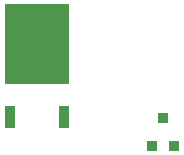
<source format=gtp>
%FSLAX44Y44*%
%MOMM*%
G71*
G01*
G75*
G04 Layer_Color=8421504*
%ADD10R,0.9500X1.9000*%
%ADD11R,5.5000X6.9000*%
%ADD12R,0.9000X0.9500*%
%ADD13R,0.9000X0.9500*%
%ADD14C,0.3000*%
%ADD15C,1.6000*%
%ADD16R,1.3000X1.3000*%
%ADD17C,1.3000*%
%ADD18C,1.6500*%
%ADD19R,1.6500X1.6500*%
%ADD20C,1.2000*%
%ADD21R,1.2000X1.2000*%
%ADD22C,1.5000*%
%ADD23R,1.5000X1.5000*%
%ADD24R,1.5240X1.5240*%
%ADD25C,1.5240*%
%ADD26C,2.0000*%
%ADD27R,2.0000X2.0000*%
%ADD28R,1.2000X1.2000*%
%ADD29R,1.7500X1.7500*%
%ADD30C,1.7500*%
%ADD31C,1.2700*%
%ADD32C,0.2000*%
%ADD33C,0.2500*%
%ADD34C,0.2540*%
%ADD35R,19.0754X0.3302*%
%ADD36R,18.9738X0.0254*%
%ADD37R,3.0988X0.0254*%
%ADD38R,3.7338X0.0254*%
%ADD39R,1.8034X0.0254*%
%ADD40R,0.9398X0.0254*%
%ADD41R,3.4036X0.0254*%
%ADD42R,3.3782X0.0254*%
%ADD43R,5.9182X0.0254*%
%ADD44R,1.1684X0.0254*%
%ADD45R,3.4544X0.0254*%
%ADD46R,5.9944X0.0254*%
%ADD47R,1.2192X0.0254*%
%ADD48R,3.4544X0.0508*%
%ADD49R,3.4798X0.0254*%
%ADD50R,6.0198X0.0254*%
%ADD51R,3.5814X0.0254*%
%ADD52R,6.1468X0.0254*%
%ADD53R,3.6068X0.0508*%
%ADD54R,3.6068X0.0254*%
%ADD55R,6.1722X0.0254*%
%ADD56R,3.6830X0.0254*%
%ADD57R,3.6322X0.0254*%
%ADD58R,6.1976X0.0254*%
%ADD59R,1.2446X0.1016*%
%ADD60R,3.7084X0.0254*%
%ADD61R,6.2484X0.0254*%
%ADD62R,3.7592X0.0254*%
%ADD63R,6.2738X0.0254*%
%ADD64R,1.2446X0.0508*%
%ADD65R,0.2286X0.0254*%
%ADD66R,0.3556X0.0254*%
%ADD67R,0.2794X0.0254*%
%ADD68R,0.4318X0.0254*%
%ADD69R,0.2540X0.0254*%
%ADD70R,0.3302X0.0254*%
%ADD71R,0.4572X0.0254*%
%ADD72R,0.2032X0.0254*%
%ADD73R,0.2032X0.0508*%
%ADD74R,0.3302X0.0508*%
%ADD75R,0.2286X0.0508*%
%ADD76R,0.2540X0.0508*%
%ADD77R,0.3810X0.0254*%
%ADD78R,0.2794X0.0508*%
%ADD79R,0.2032X0.0762*%
%ADD80R,0.3810X0.0508*%
%ADD81R,0.3048X0.0254*%
%ADD82R,0.2540X0.0762*%
%ADD83R,0.2794X0.0762*%
%ADD84R,0.2032X0.1270*%
%ADD85R,0.3048X0.0508*%
%ADD86R,2.6416X0.0254*%
%ADD87R,2.3876X0.0254*%
%ADD88R,0.2032X0.3302*%
%ADD89R,2.6670X0.0254*%
%ADD90R,2.4384X0.0254*%
%ADD91R,2.7432X0.0254*%
%ADD92R,1.6510X0.0254*%
%ADD93R,2.7686X0.0254*%
%ADD94R,1.7780X0.0254*%
%ADD95R,2.7940X0.0254*%
%ADD96R,2.8448X0.0254*%
%ADD97R,1.8796X0.0254*%
%ADD98R,2.8194X0.0508*%
%ADD99R,1.9050X0.0508*%
%ADD100R,1.9558X0.0508*%
%ADD101R,0.2286X0.0762*%
%ADD102R,0.2286X0.1270*%
%ADD103R,0.2032X0.4318*%
%ADD104R,0.2032X0.1016*%
%ADD105R,0.2286X0.5842*%
%ADD106R,2.8448X0.0508*%
%ADD107R,2.9210X0.0254*%
%ADD108R,2.8702X0.0254*%
%ADD109R,2.8956X0.0508*%
%ADD110R,0.2032X0.1524*%
%ADD111R,2.9210X0.1016*%
%ADD112R,2.8956X0.0254*%
%ADD113R,0.5334X0.0508*%
%ADD114R,2.5146X0.0254*%
%ADD115R,0.2286X0.1016*%
%ADD116R,0.4064X0.0254*%
%ADD117R,0.3556X0.0508*%
%ADD118R,0.1524X0.0254*%
%ADD119R,0.1270X0.0254*%
%ADD120R,0.0508X0.0254*%
%ADD121R,0.0254X0.0254*%
%ADD122R,1.5748X0.0254*%
%ADD123R,1.5494X0.0254*%
%ADD124R,1.6256X0.0254*%
%ADD125R,1.6510X0.0762*%
%ADD126R,1.6764X0.0254*%
%ADD127R,1.6256X0.0508*%
%ADD128R,1.6764X0.1778*%
%ADD129R,1.4478X0.0254*%
%ADD130R,0.2286X0.3810*%
%ADD131R,1.8796X0.0762*%
%ADD132R,1.8288X0.0508*%
%ADD133R,1.7018X0.0254*%
%ADD134R,0.4318X0.0508*%
%ADD135R,0.8890X0.0254*%
%ADD136R,0.2540X0.1016*%
%ADD137R,0.9144X0.0254*%
%ADD138R,0.8128X0.0254*%
%ADD139R,0.8382X0.0254*%
%ADD140R,0.8636X0.0254*%
%ADD141R,0.9652X0.0254*%
%ADD142R,0.2032X0.1778*%
%ADD143R,0.2032X0.2032*%
%ADD144R,1.5240X0.0254*%
%ADD145R,1.7526X0.0254*%
%ADD146R,1.9050X0.0254*%
%ADD147R,0.2794X0.1016*%
%ADD148R,1.9304X0.0508*%
%ADD149R,1.7018X0.0508*%
%ADD150R,1.6764X0.0762*%
%ADD151R,1.6002X0.0508*%
%ADD152R,1.4986X0.0254*%
%ADD153R,1.4732X0.0254*%
%ADD154R,1.4478X0.0508*%
%ADD155R,0.2032X0.3048*%
%ADD156R,0.4826X0.0254*%
%ADD157R,0.5588X0.0508*%
%ADD158R,3.4290X0.0254*%
%ADD159R,0.5080X0.0254*%
%ADD160R,3.3782X0.0508*%
%ADD161R,0.5334X0.0254*%
%ADD162R,3.1496X0.0254*%
%ADD163R,3.2258X0.0254*%
%ADD164R,3.1750X0.0254*%
%ADD165R,3.0226X0.0254*%
%ADD166R,2.8194X0.0254*%
%ADD167R,1.8288X0.0254*%
%ADD168R,1.8034X0.0508*%
%ADD169R,1.6002X0.0254*%
%ADD170R,0.2032X0.5334*%
%ADD171R,0.1778X0.0254*%
%ADD172R,1.9812X0.0254*%
%ADD173R,4.2418X0.0508*%
%ADD174R,4.2164X0.0254*%
%ADD175R,4.1402X0.0254*%
%ADD176R,4.1148X0.0254*%
%ADD177R,4.0132X0.0254*%
%ADD178R,1.2192X0.1270*%
%ADD179R,2.0066X0.1270*%
%ADD180R,3.9624X0.0254*%
%ADD181R,3.9116X0.0254*%
%ADD182R,1.1430X0.0254*%
%ADD183R,1.9558X0.0254*%
%ADD184R,19.0754X0.2794*%
G54D10*
X271840Y266380D02*
D03*
X317440D02*
D03*
G54D11*
X294640Y328380D02*
D03*
G54D12*
X401320Y265750D02*
D03*
X391820Y242250D02*
D03*
G54D13*
X410820D02*
D03*
M02*

</source>
